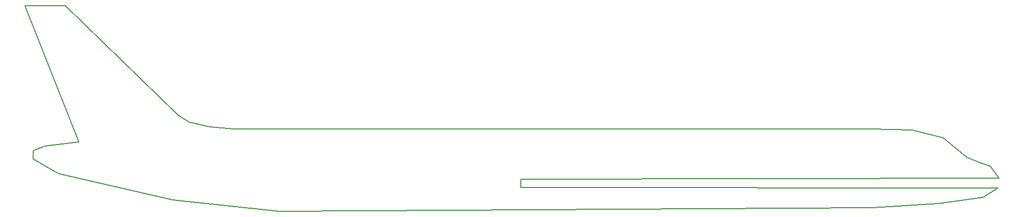
<source format=gm1>
%TF.GenerationSoftware,KiCad,Pcbnew,7.0.10*%
%TF.CreationDate,2024-11-15T18:30:03-05:00*%
%TF.ProjectId,plane_side_view,706c616e-655f-4736-9964-655f76696577,rev?*%
%TF.SameCoordinates,Original*%
%TF.FileFunction,Profile,NP*%
%FSLAX46Y46*%
G04 Gerber Fmt 4.6, Leading zero omitted, Abs format (unit mm)*
G04 Created by KiCad (PCBNEW 7.0.10) date 2024-11-15 18:30:03*
%MOMM*%
%LPD*%
G01*
G04 APERTURE LIST*
%TA.AperFunction,Profile*%
%ADD10C,0.200000*%
%TD*%
%ADD11C,0.200000*%
G04 APERTURE END LIST*
D10*
X119033299Y-72799059D02*
X119023171Y-74156762D01*
X196885354Y-74216156D02*
X194487964Y-75803523D01*
X195684949Y-70689706D02*
X193932391Y-70107198D01*
X197119970Y-72596156D02*
X195684949Y-70689706D01*
X191826858Y-69220301D02*
X193932391Y-70107198D01*
X187960000Y-66040000D02*
X191826858Y-69220301D01*
X182880000Y-64770000D02*
X187960000Y-66040000D01*
X176077504Y-64555185D02*
X182880000Y-64770000D01*
X187190055Y-76819095D02*
X194487964Y-75803523D01*
X176401967Y-77457598D02*
X187190055Y-76819095D01*
X62230000Y-76200000D02*
X43812711Y-71936086D01*
X79607090Y-78041639D02*
X62230000Y-76200000D01*
X119023171Y-74156762D02*
X196885354Y-74216156D01*
X197119970Y-72596156D02*
X119033299Y-72799059D01*
D11*
X43039549Y-71626281D02*
X43229026Y-71703441D01*
X43421046Y-71780796D01*
X43615607Y-71858344D01*
X43812711Y-71936086D01*
D10*
X79607090Y-78041639D02*
X176401967Y-77457598D01*
X72169526Y-64555185D02*
X176077504Y-64555185D01*
X68284103Y-64224753D02*
X72169526Y-64555185D01*
X64945603Y-63472736D02*
X68284103Y-64224753D01*
X63084434Y-62347514D02*
X64945603Y-63472736D01*
X44704808Y-44450000D02*
X63084434Y-62347514D01*
X39451107Y-69475682D02*
X43039549Y-71626281D01*
X39451107Y-68165242D02*
X39451107Y-69475682D01*
X41402404Y-67393368D02*
X39451107Y-68165242D01*
X46897304Y-66689584D02*
X41402404Y-67393368D01*
X38100000Y-44450000D02*
X46897304Y-66689584D01*
X44704808Y-44450000D02*
X38100000Y-44450000D01*
M02*

</source>
